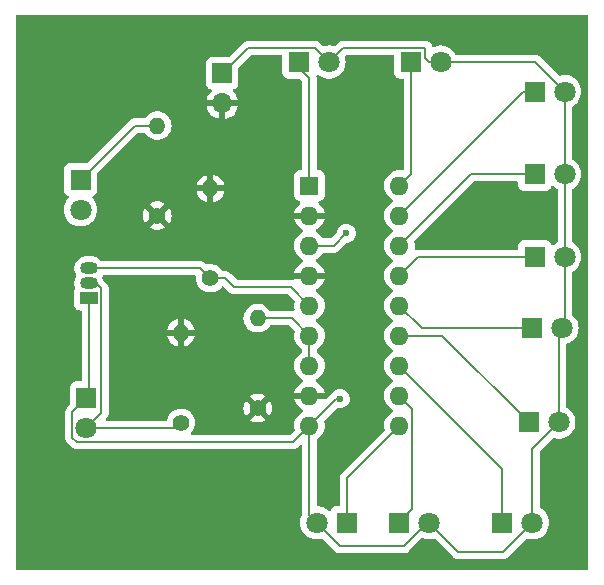
<source format=gtl>
G04 #@! TF.GenerationSoftware,KiCad,Pcbnew,8.0.1*
G04 #@! TF.CreationDate,2024-05-12T16:17:47-04:00*
G04 #@! TF.ProjectId,recyclobot,72656379-636c-46f6-926f-742e6b696361,rev?*
G04 #@! TF.SameCoordinates,Original*
G04 #@! TF.FileFunction,Copper,L1,Top*
G04 #@! TF.FilePolarity,Positive*
%FSLAX46Y46*%
G04 Gerber Fmt 4.6, Leading zero omitted, Abs format (unit mm)*
G04 Created by KiCad (PCBNEW 8.0.1) date 2024-05-12 16:17:47*
%MOMM*%
%LPD*%
G01*
G04 APERTURE LIST*
G04 #@! TA.AperFunction,ComponentPad*
%ADD10O,1.700000X1.700000*%
G04 #@! TD*
G04 #@! TA.AperFunction,ComponentPad*
%ADD11R,1.700000X1.700000*%
G04 #@! TD*
G04 #@! TA.AperFunction,ComponentPad*
%ADD12R,1.800000X1.800000*%
G04 #@! TD*
G04 #@! TA.AperFunction,ComponentPad*
%ADD13C,1.800000*%
G04 #@! TD*
G04 #@! TA.AperFunction,ComponentPad*
%ADD14R,1.500000X1.050000*%
G04 #@! TD*
G04 #@! TA.AperFunction,ComponentPad*
%ADD15O,1.500000X1.050000*%
G04 #@! TD*
G04 #@! TA.AperFunction,ComponentPad*
%ADD16C,1.400000*%
G04 #@! TD*
G04 #@! TA.AperFunction,ComponentPad*
%ADD17O,1.400000X1.400000*%
G04 #@! TD*
G04 #@! TA.AperFunction,ComponentPad*
%ADD18R,1.600000X1.600000*%
G04 #@! TD*
G04 #@! TA.AperFunction,ComponentPad*
%ADD19O,1.600000X1.600000*%
G04 #@! TD*
G04 #@! TA.AperFunction,ViaPad*
%ADD20C,0.600000*%
G04 #@! TD*
G04 #@! TA.AperFunction,Conductor*
%ADD21C,0.200000*%
G04 #@! TD*
G04 APERTURE END LIST*
D10*
X120500000Y-87000000D03*
D11*
X120500000Y-84460000D03*
D12*
X146960000Y-100000000D03*
D13*
X149500000Y-100000000D03*
D12*
X108500000Y-93460000D03*
D13*
X108500000Y-96000000D03*
D12*
X109000000Y-111950000D03*
D13*
X109000000Y-114490000D03*
D12*
X146725000Y-106000000D03*
D13*
X149265000Y-106000000D03*
D12*
X136460000Y-83500000D03*
D13*
X139000000Y-83500000D03*
D12*
X146960000Y-86000000D03*
D13*
X149500000Y-86000000D03*
D12*
X127000000Y-83500000D03*
D13*
X129540000Y-83500000D03*
D14*
X109220000Y-103500000D03*
D15*
X109220000Y-102230000D03*
X109220000Y-100960000D03*
D16*
X117005000Y-114045000D03*
D17*
X117005000Y-106425000D03*
D12*
X144225000Y-122500000D03*
D13*
X146765000Y-122500000D03*
D12*
X135460000Y-122500000D03*
D13*
X138000000Y-122500000D03*
D12*
X131050000Y-122500000D03*
D13*
X128510000Y-122500000D03*
D12*
X146460000Y-114000000D03*
D13*
X149000000Y-114000000D03*
D18*
X127880000Y-93960000D03*
D19*
X127880000Y-96500000D03*
X127880000Y-99040000D03*
X127880000Y-101580000D03*
X127880000Y-104120000D03*
X127880000Y-106660000D03*
X127880000Y-109200000D03*
X127880000Y-111740000D03*
X127880000Y-114280000D03*
X135500000Y-114280000D03*
X135500000Y-111740000D03*
X135500000Y-109200000D03*
X135500000Y-106660000D03*
X135500000Y-104120000D03*
X135500000Y-101580000D03*
X135500000Y-99040000D03*
X135500000Y-96500000D03*
X135500000Y-93960000D03*
D16*
X119500000Y-101810000D03*
D17*
X119500000Y-94190000D03*
D16*
X115000000Y-96500000D03*
D17*
X115000000Y-88880000D03*
D16*
X123500000Y-112810000D03*
D17*
X123500000Y-105190000D03*
D12*
X146960000Y-93000000D03*
D13*
X149500000Y-93000000D03*
D20*
X130500000Y-112000000D03*
X131000000Y-98000000D03*
X107500000Y-119500000D03*
X132000000Y-103000000D03*
X140500000Y-97000000D03*
X150000000Y-124500000D03*
X107000000Y-84000000D03*
X122500000Y-93500000D03*
X146500000Y-81000000D03*
D21*
X129540000Y-83500000D02*
X128340000Y-82300000D01*
X128340000Y-82300000D02*
X122700000Y-82300000D01*
X122700000Y-82300000D02*
X120500000Y-84500000D01*
X128000000Y-114400000D02*
X128000000Y-114500000D01*
X139000000Y-83500000D02*
X138000000Y-83500000D01*
X147000000Y-83500000D02*
X139000000Y-83500000D01*
X140500000Y-125000000D02*
X144265000Y-125000000D01*
X127880000Y-114280000D02*
X128000000Y-114400000D01*
X128980000Y-113180000D02*
X127880000Y-114280000D01*
X130160000Y-112000000D02*
X130500000Y-112000000D01*
X149500000Y-93000000D02*
X149500000Y-86000000D01*
X130510000Y-124500000D02*
X135860000Y-124500000D01*
X137660000Y-82300000D02*
X130740000Y-82300000D01*
X127880000Y-114280000D02*
X126470000Y-115690000D01*
X149500000Y-86000000D02*
X147000000Y-83500000D01*
X149265000Y-105735000D02*
X149500000Y-105500000D01*
X146765000Y-116235000D02*
X149000000Y-114000000D01*
X138000000Y-83500000D02*
X137660000Y-83160000D01*
X149500000Y-105500000D02*
X149500000Y-100000000D01*
X130740000Y-82300000D02*
X129540000Y-83500000D01*
X107800000Y-113150000D02*
X109000000Y-111950000D01*
X109220000Y-103500000D02*
X109220000Y-111614314D01*
X128980000Y-113180000D02*
X130160000Y-112000000D01*
X109220000Y-103500000D02*
X109220000Y-103880000D01*
X146765000Y-122500000D02*
X146765000Y-116235000D01*
X149000000Y-106265000D02*
X149265000Y-106000000D01*
X137860000Y-122500000D02*
X138000000Y-122500000D01*
X108190000Y-115690000D02*
X107800000Y-115300000D01*
X137660000Y-83160000D02*
X137660000Y-82300000D01*
X109540000Y-112500000D02*
X109000000Y-111960000D01*
X127880000Y-114280000D02*
X127880000Y-121870000D01*
X135860000Y-124500000D02*
X137860000Y-122500000D01*
X128510000Y-122500000D02*
X130510000Y-124500000D01*
X109220000Y-111614314D02*
X109277843Y-111672157D01*
X138000000Y-122500000D02*
X140500000Y-125000000D01*
X149265000Y-106000000D02*
X149265000Y-105735000D01*
X144265000Y-125000000D02*
X146765000Y-122500000D01*
X127880000Y-121870000D02*
X128510000Y-122500000D01*
X126470000Y-115690000D02*
X108190000Y-115690000D01*
X107800000Y-115300000D02*
X107800000Y-113150000D01*
X129960000Y-99040000D02*
X131000000Y-98000000D01*
X149500000Y-100000000D02*
X149500000Y-93000000D01*
X149000000Y-114000000D02*
X149000000Y-106265000D01*
X127880000Y-99040000D02*
X129960000Y-99040000D01*
X115000000Y-88880000D02*
X113080000Y-88880000D01*
X113080000Y-88880000D02*
X108500000Y-93460000D01*
X127000000Y-84000000D02*
X127880000Y-84880000D01*
X127880000Y-84880000D02*
X127880000Y-93960000D01*
X127000000Y-83500000D02*
X127000000Y-84000000D01*
X136460000Y-83500000D02*
X136460000Y-93000000D01*
X136460000Y-93000000D02*
X135500000Y-93960000D01*
X146960000Y-86000000D02*
X146000000Y-86000000D01*
X146000000Y-86000000D02*
X135500000Y-96500000D01*
X141540000Y-93000000D02*
X135500000Y-99040000D01*
X146960000Y-93000000D02*
X141540000Y-93000000D01*
X146960000Y-100000000D02*
X137080000Y-100000000D01*
X137080000Y-100000000D02*
X135500000Y-101580000D01*
X146725000Y-106000000D02*
X137380000Y-106000000D01*
X137380000Y-106000000D02*
X135500000Y-104120000D01*
X139120000Y-106660000D02*
X146460000Y-114000000D01*
X135500000Y-106660000D02*
X139120000Y-106660000D01*
X144225000Y-122500000D02*
X144225000Y-117925000D01*
X144225000Y-117925000D02*
X135500000Y-109200000D01*
X136600000Y-121360000D02*
X136600000Y-112840000D01*
X136600000Y-112840000D02*
X135500000Y-111740000D01*
X135460000Y-122500000D02*
X136600000Y-121360000D01*
X131050000Y-118730000D02*
X135500000Y-114280000D01*
X131050000Y-122500000D02*
X131050000Y-118730000D01*
X109825000Y-102230000D02*
X110270000Y-102675000D01*
X110270000Y-113220000D02*
X109000000Y-114490000D01*
X110270000Y-102675000D02*
X110270000Y-113220000D01*
X109220000Y-114280000D02*
X109000000Y-114500000D01*
X109000000Y-114490000D02*
X116560000Y-114490000D01*
X109220000Y-102230000D02*
X109825000Y-102230000D01*
X116560000Y-114490000D02*
X117005000Y-114045000D01*
X120765000Y-101810000D02*
X121500000Y-102545000D01*
X126305000Y-102545000D02*
X127880000Y-104120000D01*
X119500000Y-101810000D02*
X118650000Y-100960000D01*
X121500000Y-102545000D02*
X126305000Y-102545000D01*
X119500000Y-101810000D02*
X120765000Y-101810000D01*
X118500000Y-100960000D02*
X109220000Y-100960000D01*
X118650000Y-100960000D02*
X118500000Y-100960000D01*
X114500000Y-96500000D02*
X115000000Y-96500000D01*
X127880000Y-101580000D02*
X127880000Y-101120000D01*
X123500000Y-105190000D02*
X126410000Y-105190000D01*
X127880000Y-106660000D02*
X127880000Y-109200000D01*
X126410000Y-105190000D02*
X127880000Y-106660000D01*
G04 #@! TA.AperFunction,Conductor*
G36*
X135002539Y-82920185D02*
G01*
X135048294Y-82972989D01*
X135059500Y-83024500D01*
X135059500Y-84447870D01*
X135059501Y-84447876D01*
X135065908Y-84507483D01*
X135116202Y-84642328D01*
X135116206Y-84642335D01*
X135202452Y-84757544D01*
X135202455Y-84757547D01*
X135317664Y-84843793D01*
X135317671Y-84843797D01*
X135354851Y-84857664D01*
X135452517Y-84894091D01*
X135512127Y-84900500D01*
X135735500Y-84900499D01*
X135802539Y-84920183D01*
X135848294Y-84972987D01*
X135859500Y-85024499D01*
X135859500Y-92550662D01*
X135839815Y-92617701D01*
X135787011Y-92663456D01*
X135724693Y-92674190D01*
X135500002Y-92654532D01*
X135499998Y-92654532D01*
X135273313Y-92674364D01*
X135273302Y-92674366D01*
X135053511Y-92733258D01*
X135053502Y-92733261D01*
X134847267Y-92829431D01*
X134847265Y-92829432D01*
X134660858Y-92959954D01*
X134499954Y-93120858D01*
X134369432Y-93307265D01*
X134369431Y-93307267D01*
X134273261Y-93513502D01*
X134273258Y-93513511D01*
X134214366Y-93733302D01*
X134214364Y-93733313D01*
X134194532Y-93959998D01*
X134194532Y-93960001D01*
X134214364Y-94186686D01*
X134214366Y-94186697D01*
X134273258Y-94406488D01*
X134273261Y-94406497D01*
X134369431Y-94612732D01*
X134369432Y-94612734D01*
X134499954Y-94799141D01*
X134660858Y-94960045D01*
X134660861Y-94960047D01*
X134847266Y-95090568D01*
X134905275Y-95117618D01*
X134957714Y-95163791D01*
X134976866Y-95230984D01*
X134956650Y-95297865D01*
X134905275Y-95342382D01*
X134847267Y-95369431D01*
X134847265Y-95369432D01*
X134660858Y-95499954D01*
X134499954Y-95660858D01*
X134369432Y-95847265D01*
X134369431Y-95847267D01*
X134273261Y-96053502D01*
X134273258Y-96053511D01*
X134214366Y-96273302D01*
X134214364Y-96273313D01*
X134194532Y-96499998D01*
X134194532Y-96500001D01*
X134214364Y-96726686D01*
X134214366Y-96726697D01*
X134273258Y-96946488D01*
X134273261Y-96946497D01*
X134369431Y-97152732D01*
X134369432Y-97152734D01*
X134499954Y-97339141D01*
X134660858Y-97500045D01*
X134660861Y-97500047D01*
X134847266Y-97630568D01*
X134889959Y-97650476D01*
X134905275Y-97657618D01*
X134957714Y-97703791D01*
X134976866Y-97770984D01*
X134956650Y-97837865D01*
X134905275Y-97882382D01*
X134847267Y-97909431D01*
X134847265Y-97909432D01*
X134660858Y-98039954D01*
X134499954Y-98200858D01*
X134369432Y-98387265D01*
X134369431Y-98387267D01*
X134273261Y-98593502D01*
X134273258Y-98593511D01*
X134214366Y-98813302D01*
X134214364Y-98813313D01*
X134194532Y-99039998D01*
X134194532Y-99040001D01*
X134214364Y-99266686D01*
X134214366Y-99266697D01*
X134273258Y-99486488D01*
X134273261Y-99486497D01*
X134369431Y-99692732D01*
X134369432Y-99692734D01*
X134499954Y-99879141D01*
X134660858Y-100040045D01*
X134707693Y-100072839D01*
X134847266Y-100170568D01*
X134905275Y-100197618D01*
X134957714Y-100243791D01*
X134976866Y-100310984D01*
X134956650Y-100377865D01*
X134905275Y-100422382D01*
X134847267Y-100449431D01*
X134847265Y-100449432D01*
X134660858Y-100579954D01*
X134499954Y-100740858D01*
X134369432Y-100927265D01*
X134369431Y-100927267D01*
X134273261Y-101133502D01*
X134273258Y-101133511D01*
X134214366Y-101353302D01*
X134214364Y-101353313D01*
X134194532Y-101579998D01*
X134194532Y-101580001D01*
X134214364Y-101806686D01*
X134214366Y-101806697D01*
X134273258Y-102026488D01*
X134273261Y-102026497D01*
X134369431Y-102232732D01*
X134369432Y-102232734D01*
X134499954Y-102419141D01*
X134660858Y-102580045D01*
X134660861Y-102580047D01*
X134847266Y-102710568D01*
X134894668Y-102732672D01*
X134905275Y-102737618D01*
X134957714Y-102783791D01*
X134976866Y-102850984D01*
X134956650Y-102917865D01*
X134905275Y-102962382D01*
X134847267Y-102989431D01*
X134847265Y-102989432D01*
X134660858Y-103119954D01*
X134499954Y-103280858D01*
X134369432Y-103467265D01*
X134369431Y-103467267D01*
X134273261Y-103673502D01*
X134273258Y-103673511D01*
X134214366Y-103893302D01*
X134214364Y-103893313D01*
X134194532Y-104119998D01*
X134194532Y-104120001D01*
X134214364Y-104346686D01*
X134214366Y-104346697D01*
X134273258Y-104566488D01*
X134273261Y-104566497D01*
X134369431Y-104772732D01*
X134369432Y-104772734D01*
X134499954Y-104959141D01*
X134660858Y-105120045D01*
X134660861Y-105120047D01*
X134847266Y-105250568D01*
X134905275Y-105277618D01*
X134957714Y-105323791D01*
X134976866Y-105390984D01*
X134956650Y-105457865D01*
X134905275Y-105502382D01*
X134847267Y-105529431D01*
X134847265Y-105529432D01*
X134660858Y-105659954D01*
X134499954Y-105820858D01*
X134369432Y-106007265D01*
X134369431Y-106007267D01*
X134273261Y-106213502D01*
X134273258Y-106213511D01*
X134214366Y-106433302D01*
X134214364Y-106433313D01*
X134194532Y-106659998D01*
X134194532Y-106660001D01*
X134214364Y-106886686D01*
X134214366Y-106886697D01*
X134273258Y-107106488D01*
X134273261Y-107106497D01*
X134369431Y-107312732D01*
X134369432Y-107312734D01*
X134499954Y-107499141D01*
X134660858Y-107660045D01*
X134660861Y-107660047D01*
X134847266Y-107790568D01*
X134905275Y-107817618D01*
X134957714Y-107863791D01*
X134976866Y-107930984D01*
X134956650Y-107997865D01*
X134905275Y-108042382D01*
X134847267Y-108069431D01*
X134847265Y-108069432D01*
X134660858Y-108199954D01*
X134499954Y-108360858D01*
X134369432Y-108547265D01*
X134369431Y-108547267D01*
X134273261Y-108753502D01*
X134273258Y-108753511D01*
X134214366Y-108973302D01*
X134214364Y-108973313D01*
X134194532Y-109199998D01*
X134194532Y-109200001D01*
X134214364Y-109426686D01*
X134214366Y-109426697D01*
X134273258Y-109646488D01*
X134273261Y-109646497D01*
X134369431Y-109852732D01*
X134369432Y-109852734D01*
X134499954Y-110039141D01*
X134660858Y-110200045D01*
X134660861Y-110200047D01*
X134847266Y-110330568D01*
X134905275Y-110357618D01*
X134957714Y-110403791D01*
X134976866Y-110470984D01*
X134956650Y-110537865D01*
X134905275Y-110582382D01*
X134847267Y-110609431D01*
X134847265Y-110609432D01*
X134660858Y-110739954D01*
X134499954Y-110900858D01*
X134369432Y-111087265D01*
X134369431Y-111087267D01*
X134273261Y-111293502D01*
X134273258Y-111293511D01*
X134214366Y-111513302D01*
X134214364Y-111513313D01*
X134194532Y-111739998D01*
X134194532Y-111740001D01*
X134214364Y-111966686D01*
X134214366Y-111966697D01*
X134273258Y-112186488D01*
X134273261Y-112186497D01*
X134369431Y-112392732D01*
X134369432Y-112392734D01*
X134499954Y-112579141D01*
X134660858Y-112740045D01*
X134664300Y-112742455D01*
X134847266Y-112870568D01*
X134879035Y-112885382D01*
X134905275Y-112897618D01*
X134957714Y-112943791D01*
X134976866Y-113010984D01*
X134956650Y-113077865D01*
X134905275Y-113122382D01*
X134847267Y-113149431D01*
X134847265Y-113149432D01*
X134660858Y-113279954D01*
X134499954Y-113440858D01*
X134369432Y-113627265D01*
X134369431Y-113627267D01*
X134273261Y-113833502D01*
X134273258Y-113833511D01*
X134214366Y-114053302D01*
X134214364Y-114053313D01*
X134194532Y-114279998D01*
X134194532Y-114280001D01*
X134214364Y-114506686D01*
X134214366Y-114506697D01*
X134240152Y-114602931D01*
X134238489Y-114672781D01*
X134208058Y-114722705D01*
X130681286Y-118249478D01*
X130569481Y-118361282D01*
X130569479Y-118361285D01*
X130519361Y-118448094D01*
X130519359Y-118448096D01*
X130490425Y-118498209D01*
X130490424Y-118498210D01*
X130490423Y-118498215D01*
X130449499Y-118650943D01*
X130449499Y-118650945D01*
X130449499Y-118819046D01*
X130449500Y-118819059D01*
X130449500Y-120975500D01*
X130429815Y-121042539D01*
X130377011Y-121088294D01*
X130325501Y-121099500D01*
X130102130Y-121099500D01*
X130102123Y-121099501D01*
X130042516Y-121105908D01*
X129907671Y-121156202D01*
X129907664Y-121156206D01*
X129792455Y-121242452D01*
X129792452Y-121242455D01*
X129706206Y-121357664D01*
X129706203Y-121357670D01*
X129677544Y-121434508D01*
X129635672Y-121490441D01*
X129570208Y-121514858D01*
X129501935Y-121500006D01*
X129470135Y-121475158D01*
X129461784Y-121466087D01*
X129461778Y-121466082D01*
X129461777Y-121466081D01*
X129278634Y-121323535D01*
X129278628Y-121323531D01*
X129074504Y-121213064D01*
X129074495Y-121213061D01*
X128854984Y-121137702D01*
X128664450Y-121105908D01*
X128626049Y-121099500D01*
X128626048Y-121099500D01*
X128604500Y-121099500D01*
X128537461Y-121079815D01*
X128491706Y-121027011D01*
X128480500Y-120975500D01*
X128480500Y-115511692D01*
X128500185Y-115444653D01*
X128533374Y-115410119D01*
X128719139Y-115280047D01*
X128880047Y-115119139D01*
X129010568Y-114932734D01*
X129106739Y-114726496D01*
X129165635Y-114506692D01*
X129185468Y-114280000D01*
X129165635Y-114053308D01*
X129145082Y-113976604D01*
X129139847Y-113957066D01*
X129141510Y-113887217D01*
X129171937Y-113837296D01*
X129460519Y-113548716D01*
X130193886Y-112815347D01*
X130255207Y-112781864D01*
X130313589Y-112785443D01*
X130313960Y-112783819D01*
X130320740Y-112785366D01*
X130320745Y-112785368D01*
X130320750Y-112785368D01*
X130320752Y-112785369D01*
X130499996Y-112805565D01*
X130500000Y-112805565D01*
X130500004Y-112805565D01*
X130679249Y-112785369D01*
X130679252Y-112785368D01*
X130679255Y-112785368D01*
X130849522Y-112725789D01*
X131002262Y-112629816D01*
X131129816Y-112502262D01*
X131225789Y-112349522D01*
X131285368Y-112179255D01*
X131291889Y-112121383D01*
X131305565Y-112000003D01*
X131305565Y-111999996D01*
X131285369Y-111820750D01*
X131285368Y-111820745D01*
X131257113Y-111739998D01*
X131225789Y-111650478D01*
X131129816Y-111497738D01*
X131002262Y-111370184D01*
X130997607Y-111367259D01*
X130849523Y-111274211D01*
X130679254Y-111214631D01*
X130679249Y-111214630D01*
X130500004Y-111194435D01*
X130499996Y-111194435D01*
X130320750Y-111214630D01*
X130320745Y-111214631D01*
X130150476Y-111274211D01*
X129997736Y-111370184D01*
X129938060Y-111429860D01*
X129912386Y-111449561D01*
X129901623Y-111455775D01*
X129893067Y-111460715D01*
X129893064Y-111460717D01*
X129791290Y-111519475D01*
X129791282Y-111519481D01*
X129679478Y-111631286D01*
X129329142Y-111981621D01*
X129267819Y-112015106D01*
X129198127Y-112010122D01*
X129170912Y-111990000D01*
X128195686Y-111990000D01*
X128200080Y-111985606D01*
X128252741Y-111894394D01*
X128280000Y-111792661D01*
X128280000Y-111687339D01*
X128252741Y-111585606D01*
X128200080Y-111494394D01*
X128195686Y-111490000D01*
X129158872Y-111490000D01*
X129158872Y-111489999D01*
X129106269Y-111293682D01*
X129106265Y-111293673D01*
X129010134Y-111087517D01*
X128879657Y-110901179D01*
X128718820Y-110740342D01*
X128532482Y-110609865D01*
X128474133Y-110582657D01*
X128421694Y-110536484D01*
X128402542Y-110469291D01*
X128422758Y-110402410D01*
X128474129Y-110357895D01*
X128532734Y-110330568D01*
X128719139Y-110200047D01*
X128880047Y-110039139D01*
X129010568Y-109852734D01*
X129106739Y-109646496D01*
X129165635Y-109426692D01*
X129185468Y-109200000D01*
X129165635Y-108973308D01*
X129106739Y-108753504D01*
X129010568Y-108547266D01*
X128880047Y-108360861D01*
X128880045Y-108360858D01*
X128719140Y-108199953D01*
X128533377Y-108069881D01*
X128489752Y-108015304D01*
X128480500Y-107968306D01*
X128480500Y-107891692D01*
X128500185Y-107824653D01*
X128533374Y-107790119D01*
X128719139Y-107660047D01*
X128880047Y-107499139D01*
X129010568Y-107312734D01*
X129106739Y-107106496D01*
X129165635Y-106886692D01*
X129185468Y-106660000D01*
X129165635Y-106433308D01*
X129106739Y-106213504D01*
X129010568Y-106007266D01*
X128880047Y-105820861D01*
X128880045Y-105820858D01*
X128719141Y-105659954D01*
X128532734Y-105529432D01*
X128532728Y-105529429D01*
X128474725Y-105502382D01*
X128422285Y-105456210D01*
X128403133Y-105389017D01*
X128423348Y-105322135D01*
X128474725Y-105277618D01*
X128532734Y-105250568D01*
X128719139Y-105120047D01*
X128880047Y-104959139D01*
X129010568Y-104772734D01*
X129106739Y-104566496D01*
X129165635Y-104346692D01*
X129185468Y-104120000D01*
X129165635Y-103893308D01*
X129106739Y-103673504D01*
X129010568Y-103467266D01*
X128880047Y-103280861D01*
X128880045Y-103280858D01*
X128719141Y-103119954D01*
X128532734Y-102989432D01*
X128532732Y-102989431D01*
X128490243Y-102969618D01*
X128474132Y-102962105D01*
X128421694Y-102915934D01*
X128402542Y-102848740D01*
X128422758Y-102781859D01*
X128474134Y-102737341D01*
X128532484Y-102710132D01*
X128718820Y-102579657D01*
X128879657Y-102418820D01*
X129010134Y-102232482D01*
X129106265Y-102026326D01*
X129106269Y-102026317D01*
X129158872Y-101830000D01*
X128195686Y-101830000D01*
X128200080Y-101825606D01*
X128252741Y-101734394D01*
X128280000Y-101632661D01*
X128280000Y-101527339D01*
X128252741Y-101425606D01*
X128200080Y-101334394D01*
X128195686Y-101330000D01*
X129158872Y-101330000D01*
X129158872Y-101329999D01*
X129106269Y-101133682D01*
X129106265Y-101133673D01*
X129010134Y-100927517D01*
X128879657Y-100741179D01*
X128718820Y-100580342D01*
X128532482Y-100449865D01*
X128474133Y-100422657D01*
X128421694Y-100376484D01*
X128402542Y-100309291D01*
X128422758Y-100242410D01*
X128474129Y-100197895D01*
X128532734Y-100170568D01*
X128719139Y-100040047D01*
X128880047Y-99879139D01*
X129010118Y-99693375D01*
X129064693Y-99649752D01*
X129111692Y-99640500D01*
X129873331Y-99640500D01*
X129873347Y-99640501D01*
X129880943Y-99640501D01*
X130039054Y-99640501D01*
X130039057Y-99640501D01*
X130191785Y-99599577D01*
X130241904Y-99570639D01*
X130328716Y-99520520D01*
X130440520Y-99408716D01*
X130440520Y-99408714D01*
X130450728Y-99398507D01*
X130450730Y-99398504D01*
X131018535Y-98830698D01*
X131079856Y-98797215D01*
X131092311Y-98795163D01*
X131179255Y-98785368D01*
X131349522Y-98725789D01*
X131502262Y-98629816D01*
X131629816Y-98502262D01*
X131725789Y-98349522D01*
X131785368Y-98179255D01*
X131785369Y-98179249D01*
X131805565Y-98000003D01*
X131805565Y-97999996D01*
X131785369Y-97820750D01*
X131785368Y-97820745D01*
X131767859Y-97770707D01*
X131725789Y-97650478D01*
X131629816Y-97497738D01*
X131502262Y-97370184D01*
X131489710Y-97362297D01*
X131349523Y-97274211D01*
X131179254Y-97214631D01*
X131179249Y-97214630D01*
X131000004Y-97194435D01*
X130999996Y-97194435D01*
X130820750Y-97214630D01*
X130820745Y-97214631D01*
X130650476Y-97274211D01*
X130497737Y-97370184D01*
X130370184Y-97497737D01*
X130274210Y-97650478D01*
X130214630Y-97820750D01*
X130204837Y-97907668D01*
X130177770Y-97972082D01*
X130169298Y-97981465D01*
X129747584Y-98403181D01*
X129686261Y-98436666D01*
X129659903Y-98439500D01*
X129111692Y-98439500D01*
X129044653Y-98419815D01*
X129010119Y-98386625D01*
X128880047Y-98200861D01*
X128880045Y-98200858D01*
X128719141Y-98039954D01*
X128532734Y-97909432D01*
X128532732Y-97909431D01*
X128474725Y-97882382D01*
X128474132Y-97882105D01*
X128421694Y-97835934D01*
X128402542Y-97768740D01*
X128422758Y-97701859D01*
X128474134Y-97657341D01*
X128532484Y-97630132D01*
X128718820Y-97499657D01*
X128879657Y-97338820D01*
X129010134Y-97152482D01*
X129106265Y-96946326D01*
X129106269Y-96946317D01*
X129158872Y-96750000D01*
X128195686Y-96750000D01*
X128200080Y-96745606D01*
X128252741Y-96654394D01*
X128280000Y-96552661D01*
X128280000Y-96447339D01*
X128252741Y-96345606D01*
X128200080Y-96254394D01*
X128195686Y-96250000D01*
X129158872Y-96250000D01*
X129158872Y-96249999D01*
X129106269Y-96053682D01*
X129106265Y-96053673D01*
X129010134Y-95847517D01*
X128879657Y-95661179D01*
X128718820Y-95500342D01*
X128693779Y-95482808D01*
X128650154Y-95428230D01*
X128642962Y-95358732D01*
X128674484Y-95296377D01*
X128734714Y-95260964D01*
X128751650Y-95257943D01*
X128787483Y-95254091D01*
X128922328Y-95203797D01*
X128922327Y-95203797D01*
X128922331Y-95203796D01*
X129037546Y-95117546D01*
X129123796Y-95002331D01*
X129174091Y-94867483D01*
X129180500Y-94807873D01*
X129180499Y-93112128D01*
X129174091Y-93052517D01*
X129154503Y-93000000D01*
X129123797Y-92917671D01*
X129123793Y-92917664D01*
X129037547Y-92802455D01*
X129037544Y-92802452D01*
X128922335Y-92716206D01*
X128922328Y-92716202D01*
X128787482Y-92665908D01*
X128787483Y-92665908D01*
X128727883Y-92659501D01*
X128727881Y-92659500D01*
X128727873Y-92659500D01*
X128727865Y-92659500D01*
X128604500Y-92659500D01*
X128537461Y-92639815D01*
X128491706Y-92587011D01*
X128480500Y-92535500D01*
X128480500Y-84969059D01*
X128480501Y-84969046D01*
X128480501Y-84800945D01*
X128480501Y-84800943D01*
X128457337Y-84714495D01*
X128459000Y-84644647D01*
X128498162Y-84586784D01*
X128562391Y-84559280D01*
X128631293Y-84570866D01*
X128653274Y-84584550D01*
X128771365Y-84676464D01*
X128771371Y-84676468D01*
X128771374Y-84676470D01*
X128975497Y-84786936D01*
X129082092Y-84823530D01*
X129195015Y-84862297D01*
X129195017Y-84862297D01*
X129195019Y-84862298D01*
X129423951Y-84900500D01*
X129423952Y-84900500D01*
X129656048Y-84900500D01*
X129656049Y-84900500D01*
X129884981Y-84862298D01*
X130104503Y-84786936D01*
X130308626Y-84676470D01*
X130334667Y-84656202D01*
X130426725Y-84584550D01*
X130491784Y-84533913D01*
X130648979Y-84363153D01*
X130775924Y-84168849D01*
X130869157Y-83956300D01*
X130926134Y-83731305D01*
X130926135Y-83731297D01*
X130945300Y-83500006D01*
X130945300Y-83499993D01*
X130926135Y-83268702D01*
X130926131Y-83268682D01*
X130881680Y-83093152D01*
X130884304Y-83023332D01*
X130914203Y-82975030D01*
X130952419Y-82936816D01*
X131013743Y-82903333D01*
X131040098Y-82900500D01*
X134935500Y-82900500D01*
X135002539Y-82920185D01*
G37*
G04 #@! TD.AperFunction*
G04 #@! TA.AperFunction,Conductor*
G36*
X118248494Y-101580185D02*
G01*
X118294249Y-101632989D01*
X118304926Y-101695941D01*
X118294357Y-101809999D01*
X118294357Y-101810000D01*
X118314884Y-102031535D01*
X118314885Y-102031537D01*
X118375769Y-102245523D01*
X118375775Y-102245538D01*
X118474938Y-102444683D01*
X118474943Y-102444691D01*
X118609020Y-102622238D01*
X118773437Y-102772123D01*
X118773439Y-102772125D01*
X118962595Y-102889245D01*
X118962596Y-102889245D01*
X118962599Y-102889247D01*
X119170060Y-102969618D01*
X119388757Y-103010500D01*
X119388759Y-103010500D01*
X119611241Y-103010500D01*
X119611243Y-103010500D01*
X119829940Y-102969618D01*
X120037401Y-102889247D01*
X120226562Y-102772124D01*
X120390981Y-102622236D01*
X120450111Y-102543934D01*
X120506220Y-102502299D01*
X120575932Y-102497608D01*
X120636746Y-102530981D01*
X121015139Y-102909374D01*
X121015149Y-102909385D01*
X121019479Y-102913715D01*
X121019480Y-102913716D01*
X121131284Y-103025520D01*
X121131286Y-103025521D01*
X121131290Y-103025524D01*
X121211538Y-103071855D01*
X121211539Y-103071855D01*
X121268215Y-103104577D01*
X121420943Y-103145501D01*
X121420946Y-103145501D01*
X121586653Y-103145501D01*
X121586669Y-103145500D01*
X126004903Y-103145500D01*
X126071942Y-103165185D01*
X126092584Y-103181819D01*
X126588058Y-103677293D01*
X126621543Y-103738616D01*
X126620152Y-103797067D01*
X126594366Y-103893302D01*
X126594364Y-103893313D01*
X126574532Y-104119998D01*
X126574532Y-104120001D01*
X126594364Y-104346686D01*
X126594366Y-104346697D01*
X126617623Y-104433493D01*
X126615960Y-104503343D01*
X126576797Y-104561205D01*
X126512569Y-104588709D01*
X126497185Y-104588620D01*
X126497185Y-104589499D01*
X126323347Y-104589499D01*
X126323331Y-104589500D01*
X124612621Y-104589500D01*
X124545582Y-104569815D01*
X124513667Y-104540227D01*
X124390979Y-104377761D01*
X124226562Y-104227876D01*
X124226560Y-104227874D01*
X124037404Y-104110754D01*
X124037398Y-104110752D01*
X123829940Y-104030382D01*
X123611243Y-103989500D01*
X123388757Y-103989500D01*
X123170060Y-104030382D01*
X123060386Y-104072870D01*
X122962601Y-104110752D01*
X122962595Y-104110754D01*
X122773439Y-104227874D01*
X122773437Y-104227876D01*
X122609020Y-104377761D01*
X122474943Y-104555308D01*
X122474938Y-104555316D01*
X122375775Y-104754461D01*
X122375769Y-104754476D01*
X122314885Y-104968462D01*
X122314884Y-104968464D01*
X122294357Y-105189999D01*
X122294357Y-105190000D01*
X122314884Y-105411535D01*
X122314885Y-105411537D01*
X122375769Y-105625523D01*
X122375775Y-105625538D01*
X122474938Y-105824683D01*
X122474942Y-105824689D01*
X122609020Y-106002238D01*
X122773437Y-106152123D01*
X122773439Y-106152125D01*
X122962595Y-106269245D01*
X122962596Y-106269245D01*
X122962599Y-106269247D01*
X123170060Y-106349618D01*
X123388757Y-106390500D01*
X123388759Y-106390500D01*
X123611241Y-106390500D01*
X123611243Y-106390500D01*
X123829940Y-106349618D01*
X124037401Y-106269247D01*
X124226562Y-106152124D01*
X124385462Y-106007267D01*
X124390979Y-106002238D01*
X124392670Y-106000000D01*
X124513667Y-105839772D01*
X124569776Y-105798137D01*
X124612621Y-105790500D01*
X126109903Y-105790500D01*
X126176942Y-105810185D01*
X126197584Y-105826819D01*
X126588058Y-106217293D01*
X126621543Y-106278616D01*
X126620152Y-106337067D01*
X126594366Y-106433302D01*
X126594364Y-106433313D01*
X126574532Y-106659998D01*
X126574532Y-106660001D01*
X126594364Y-106886686D01*
X126594366Y-106886697D01*
X126653258Y-107106488D01*
X126653261Y-107106497D01*
X126749431Y-107312732D01*
X126749432Y-107312734D01*
X126879954Y-107499141D01*
X127040858Y-107660045D01*
X127040861Y-107660047D01*
X127226624Y-107790118D01*
X127270248Y-107844693D01*
X127279500Y-107891692D01*
X127279500Y-107968306D01*
X127259815Y-108035345D01*
X127226623Y-108069881D01*
X127040859Y-108199953D01*
X126879954Y-108360858D01*
X126749432Y-108547265D01*
X126749431Y-108547267D01*
X126653261Y-108753502D01*
X126653258Y-108753511D01*
X126594366Y-108973302D01*
X126594364Y-108973313D01*
X126574532Y-109199998D01*
X126574532Y-109200001D01*
X126594364Y-109426686D01*
X126594366Y-109426697D01*
X126653258Y-109646488D01*
X126653261Y-109646497D01*
X126749431Y-109852732D01*
X126749432Y-109852734D01*
X126879954Y-110039141D01*
X127040858Y-110200045D01*
X127040861Y-110200047D01*
X127227266Y-110330568D01*
X127285865Y-110357893D01*
X127338305Y-110404065D01*
X127357457Y-110471258D01*
X127337242Y-110538139D01*
X127285867Y-110582657D01*
X127227515Y-110609867D01*
X127041179Y-110740342D01*
X126880342Y-110901179D01*
X126749865Y-111087517D01*
X126653734Y-111293673D01*
X126653730Y-111293682D01*
X126601127Y-111489999D01*
X126601128Y-111490000D01*
X127564314Y-111490000D01*
X127559920Y-111494394D01*
X127507259Y-111585606D01*
X127480000Y-111687339D01*
X127480000Y-111792661D01*
X127507259Y-111894394D01*
X127559920Y-111985606D01*
X127564314Y-111990000D01*
X126601128Y-111990000D01*
X126653730Y-112186317D01*
X126653734Y-112186326D01*
X126749865Y-112392482D01*
X126880342Y-112578820D01*
X127041179Y-112739657D01*
X127227518Y-112870134D01*
X127227520Y-112870135D01*
X127285865Y-112897342D01*
X127338305Y-112943514D01*
X127357457Y-113010707D01*
X127337242Y-113077589D01*
X127285867Y-113122105D01*
X127254244Y-113136852D01*
X127227264Y-113149433D01*
X127040858Y-113279954D01*
X126879954Y-113440858D01*
X126749432Y-113627265D01*
X126749431Y-113627267D01*
X126653261Y-113833502D01*
X126653258Y-113833511D01*
X126594366Y-114053302D01*
X126594364Y-114053313D01*
X126574532Y-114279998D01*
X126574532Y-114280001D01*
X126594364Y-114506686D01*
X126594366Y-114506697D01*
X126620152Y-114602931D01*
X126618489Y-114672781D01*
X126588058Y-114722705D01*
X126257582Y-115053182D01*
X126196261Y-115086666D01*
X126169903Y-115089500D01*
X117961281Y-115089500D01*
X117894242Y-115069815D01*
X117848487Y-115017011D01*
X117838543Y-114947853D01*
X117867568Y-114884297D01*
X117877742Y-114873864D01*
X117889497Y-114863147D01*
X117895981Y-114857236D01*
X118030058Y-114679689D01*
X118129229Y-114480528D01*
X118190115Y-114266536D01*
X118210643Y-114045000D01*
X118196022Y-113887217D01*
X118190115Y-113823464D01*
X118190114Y-113823462D01*
X118188241Y-113816880D01*
X122846672Y-113816880D01*
X122962821Y-113888797D01*
X122962822Y-113888798D01*
X123170195Y-113969134D01*
X123388807Y-114010000D01*
X123611193Y-114010000D01*
X123829809Y-113969133D01*
X124037168Y-113888801D01*
X124037181Y-113888795D01*
X124153326Y-113816879D01*
X123500001Y-113163553D01*
X123500000Y-113163553D01*
X122846672Y-113816879D01*
X122846672Y-113816880D01*
X118188241Y-113816880D01*
X118129229Y-113609472D01*
X118129224Y-113609461D01*
X118030061Y-113410316D01*
X118030056Y-113410308D01*
X117895979Y-113232761D01*
X117731562Y-113082876D01*
X117731560Y-113082874D01*
X117542404Y-112965754D01*
X117542398Y-112965752D01*
X117334940Y-112885382D01*
X117116243Y-112844500D01*
X116893757Y-112844500D01*
X116675060Y-112885382D01*
X116562317Y-112929059D01*
X116467601Y-112965752D01*
X116467595Y-112965754D01*
X116278439Y-113082874D01*
X116278437Y-113082876D01*
X116114020Y-113232761D01*
X115979943Y-113410308D01*
X115979938Y-113410316D01*
X115880775Y-113609461D01*
X115880769Y-113609476D01*
X115826722Y-113799434D01*
X115789443Y-113858528D01*
X115726133Y-113888085D01*
X115707456Y-113889500D01*
X110749098Y-113889500D01*
X110682059Y-113869815D01*
X110636304Y-113817011D01*
X110626360Y-113747853D01*
X110655385Y-113684297D01*
X110661417Y-113677819D01*
X110750520Y-113588716D01*
X110810156Y-113485423D01*
X110821770Y-113465308D01*
X110829574Y-113451790D01*
X110829573Y-113451790D01*
X110829577Y-113451785D01*
X110870500Y-113299058D01*
X110870500Y-113140943D01*
X110870500Y-112810000D01*
X122294859Y-112810000D01*
X122315378Y-113031439D01*
X122376240Y-113245350D01*
X122475369Y-113444428D01*
X122491137Y-113465308D01*
X122491138Y-113465308D01*
X123100369Y-112856078D01*
X123150000Y-112856078D01*
X123173852Y-112945095D01*
X123219930Y-113024905D01*
X123285095Y-113090070D01*
X123364905Y-113136148D01*
X123453922Y-113160000D01*
X123546078Y-113160000D01*
X123635095Y-113136148D01*
X123714905Y-113090070D01*
X123780070Y-113024905D01*
X123826148Y-112945095D01*
X123850000Y-112856078D01*
X123850000Y-112810000D01*
X123853553Y-112810000D01*
X124508861Y-113465308D01*
X124524631Y-113444425D01*
X124524633Y-113444422D01*
X124623759Y-113245350D01*
X124684621Y-113031439D01*
X124705141Y-112810000D01*
X124705141Y-112809999D01*
X124684621Y-112588560D01*
X124623759Y-112374649D01*
X124524635Y-112175580D01*
X124524630Y-112175572D01*
X124508860Y-112154690D01*
X123853553Y-112809999D01*
X123853553Y-112810000D01*
X123850000Y-112810000D01*
X123850000Y-112763922D01*
X123826148Y-112674905D01*
X123780070Y-112595095D01*
X123714905Y-112529930D01*
X123635095Y-112483852D01*
X123546078Y-112460000D01*
X123453922Y-112460000D01*
X123364905Y-112483852D01*
X123285095Y-112529930D01*
X123219930Y-112595095D01*
X123173852Y-112674905D01*
X123150000Y-112763922D01*
X123150000Y-112856078D01*
X123100369Y-112856078D01*
X123146447Y-112810000D01*
X122491138Y-112154691D01*
X122491137Y-112154691D01*
X122475368Y-112175574D01*
X122376240Y-112374649D01*
X122315378Y-112588560D01*
X122294859Y-112809999D01*
X122294859Y-112810000D01*
X110870500Y-112810000D01*
X110870500Y-111803119D01*
X122846671Y-111803119D01*
X123500000Y-112456447D01*
X123500001Y-112456447D01*
X124153327Y-111803119D01*
X124037178Y-111731202D01*
X124037177Y-111731201D01*
X123829804Y-111650865D01*
X123611193Y-111610000D01*
X123388807Y-111610000D01*
X123170195Y-111650865D01*
X122962824Y-111731200D01*
X122962823Y-111731201D01*
X122846671Y-111803119D01*
X110870500Y-111803119D01*
X110870500Y-106675000D01*
X115828505Y-106675000D01*
X115881239Y-106860349D01*
X115980368Y-107059425D01*
X116114391Y-107236900D01*
X116278738Y-107386721D01*
X116467820Y-107503797D01*
X116467822Y-107503798D01*
X116675195Y-107584135D01*
X116755000Y-107599052D01*
X116755000Y-106675000D01*
X115828505Y-106675000D01*
X110870500Y-106675000D01*
X110870500Y-106471078D01*
X116655000Y-106471078D01*
X116678852Y-106560095D01*
X116724930Y-106639905D01*
X116790095Y-106705070D01*
X116869905Y-106751148D01*
X116958922Y-106775000D01*
X117051078Y-106775000D01*
X117140095Y-106751148D01*
X117219905Y-106705070D01*
X117249975Y-106675000D01*
X117255000Y-106675000D01*
X117255000Y-107599052D01*
X117334804Y-107584135D01*
X117542177Y-107503798D01*
X117542179Y-107503797D01*
X117731261Y-107386721D01*
X117895608Y-107236900D01*
X118029631Y-107059425D01*
X118128760Y-106860349D01*
X118181495Y-106675000D01*
X117255000Y-106675000D01*
X117249975Y-106675000D01*
X117285070Y-106639905D01*
X117331148Y-106560095D01*
X117355000Y-106471078D01*
X117355000Y-106378922D01*
X117331148Y-106289905D01*
X117285070Y-106210095D01*
X117219905Y-106144930D01*
X117140095Y-106098852D01*
X117051078Y-106075000D01*
X116958922Y-106075000D01*
X116869905Y-106098852D01*
X116790095Y-106144930D01*
X116724930Y-106210095D01*
X116678852Y-106289905D01*
X116655000Y-106378922D01*
X116655000Y-106471078D01*
X110870500Y-106471078D01*
X110870500Y-106175000D01*
X115828505Y-106175000D01*
X116755000Y-106175000D01*
X116755000Y-105250946D01*
X117255000Y-105250946D01*
X117255000Y-106175000D01*
X118181495Y-106175000D01*
X118128760Y-105989650D01*
X118029631Y-105790574D01*
X117895608Y-105613099D01*
X117731261Y-105463278D01*
X117542179Y-105346202D01*
X117542177Y-105346201D01*
X117334799Y-105265864D01*
X117255000Y-105250946D01*
X116755000Y-105250946D01*
X116675200Y-105265864D01*
X116467822Y-105346201D01*
X116467820Y-105346202D01*
X116278738Y-105463278D01*
X116114391Y-105613099D01*
X115980368Y-105790574D01*
X115881239Y-105989650D01*
X115828505Y-106175000D01*
X110870500Y-106175000D01*
X110870500Y-102764059D01*
X110870501Y-102764046D01*
X110870501Y-102595945D01*
X110870501Y-102595943D01*
X110829577Y-102443215D01*
X110764791Y-102331003D01*
X110750520Y-102306284D01*
X110750518Y-102306282D01*
X110750517Y-102306280D01*
X110634397Y-102190160D01*
X110634374Y-102190139D01*
X110471589Y-102027354D01*
X110438104Y-101966031D01*
X110437666Y-101963929D01*
X110431091Y-101930873D01*
X110353786Y-101744244D01*
X110353785Y-101744242D01*
X110353100Y-101742960D01*
X110352943Y-101742210D01*
X110351455Y-101738616D01*
X110352136Y-101738333D01*
X110338853Y-101674558D01*
X110363849Y-101609313D01*
X110420152Y-101567939D01*
X110462454Y-101560500D01*
X118181455Y-101560500D01*
X118248494Y-101580185D01*
G37*
G04 #@! TD.AperFunction*
G04 #@! TA.AperFunction,Conductor*
G36*
X145502540Y-93620185D02*
G01*
X145548295Y-93672989D01*
X145559501Y-93724500D01*
X145559501Y-93947876D01*
X145565908Y-94007483D01*
X145616202Y-94142328D01*
X145616206Y-94142335D01*
X145702452Y-94257544D01*
X145702455Y-94257547D01*
X145817664Y-94343793D01*
X145817671Y-94343797D01*
X145952517Y-94394091D01*
X145952516Y-94394091D01*
X145959444Y-94394835D01*
X146012127Y-94400500D01*
X147907872Y-94400499D01*
X147967483Y-94394091D01*
X148102331Y-94343796D01*
X148217546Y-94257546D01*
X148303796Y-94142331D01*
X148303798Y-94142326D01*
X148332455Y-94065493D01*
X148374326Y-94009559D01*
X148439790Y-93985141D01*
X148508063Y-93999992D01*
X148539866Y-94024843D01*
X148547302Y-94032920D01*
X148548215Y-94033912D01*
X148548222Y-94033918D01*
X148731365Y-94176464D01*
X148731376Y-94176471D01*
X148834517Y-94232288D01*
X148884108Y-94281507D01*
X148899500Y-94341343D01*
X148899500Y-98658655D01*
X148879815Y-98725694D01*
X148834519Y-98767709D01*
X148731376Y-98823528D01*
X148731365Y-98823535D01*
X148548222Y-98966081D01*
X148548218Y-98966085D01*
X148539866Y-98975158D01*
X148479979Y-99011148D01*
X148410141Y-99009047D01*
X148352525Y-98969522D01*
X148332455Y-98934507D01*
X148303797Y-98857671D01*
X148303793Y-98857664D01*
X148217547Y-98742455D01*
X148217544Y-98742452D01*
X148102335Y-98656206D01*
X148102328Y-98656202D01*
X147967482Y-98605908D01*
X147967483Y-98605908D01*
X147907883Y-98599501D01*
X147907881Y-98599500D01*
X147907873Y-98599500D01*
X147907864Y-98599500D01*
X146012129Y-98599500D01*
X146012123Y-98599501D01*
X145952516Y-98605908D01*
X145817671Y-98656202D01*
X145817664Y-98656206D01*
X145702455Y-98742452D01*
X145702452Y-98742455D01*
X145616206Y-98857664D01*
X145616202Y-98857671D01*
X145565908Y-98992517D01*
X145559501Y-99052116D01*
X145559500Y-99052135D01*
X145559500Y-99275500D01*
X145539815Y-99342539D01*
X145487011Y-99388294D01*
X145435500Y-99399500D01*
X137000939Y-99399500D01*
X136966547Y-99408715D01*
X136966548Y-99408716D01*
X136938099Y-99416339D01*
X136868249Y-99414676D01*
X136810386Y-99375514D01*
X136782882Y-99311286D01*
X136785677Y-99272199D01*
X136784694Y-99272026D01*
X136785631Y-99266703D01*
X136785635Y-99266692D01*
X136805468Y-99040000D01*
X136785635Y-98813308D01*
X136759847Y-98717066D01*
X136761510Y-98647217D01*
X136791939Y-98597294D01*
X141752416Y-93636819D01*
X141813739Y-93603334D01*
X141840097Y-93600500D01*
X145435501Y-93600500D01*
X145502540Y-93620185D01*
G37*
G04 #@! TD.AperFunction*
G04 #@! TA.AperFunction,Conductor*
G36*
X151442539Y-79520185D02*
G01*
X151488294Y-79572989D01*
X151499500Y-79624500D01*
X151499500Y-126375500D01*
X151479815Y-126442539D01*
X151427011Y-126488294D01*
X151375500Y-126499500D01*
X103124500Y-126499500D01*
X103057461Y-126479815D01*
X103011706Y-126427011D01*
X103000500Y-126375500D01*
X103000500Y-115379054D01*
X107199498Y-115379054D01*
X107207942Y-115410568D01*
X107240423Y-115531785D01*
X107242870Y-115536024D01*
X107259965Y-115565631D01*
X107259966Y-115565635D01*
X107319475Y-115668709D01*
X107319481Y-115668717D01*
X107438349Y-115787585D01*
X107438355Y-115787590D01*
X107705139Y-116054374D01*
X107705149Y-116054385D01*
X107709479Y-116058715D01*
X107709480Y-116058716D01*
X107821284Y-116170520D01*
X107908095Y-116220639D01*
X107908097Y-116220641D01*
X107958213Y-116249576D01*
X107958215Y-116249577D01*
X108110942Y-116290500D01*
X108110943Y-116290500D01*
X126383331Y-116290500D01*
X126383347Y-116290501D01*
X126390943Y-116290501D01*
X126549054Y-116290501D01*
X126549057Y-116290501D01*
X126701785Y-116249577D01*
X126751904Y-116220639D01*
X126838716Y-116170520D01*
X126950520Y-116058716D01*
X126950521Y-116058713D01*
X127067821Y-115941412D01*
X127129142Y-115907930D01*
X127198834Y-115912914D01*
X127254767Y-115954786D01*
X127279184Y-116020251D01*
X127279500Y-116029096D01*
X127279500Y-121783330D01*
X127279499Y-121783348D01*
X127279499Y-121792787D01*
X127278789Y-121796172D01*
X127278742Y-121797024D01*
X127278741Y-121797033D01*
X127278611Y-121797018D01*
X127269055Y-121842597D01*
X127180842Y-122043699D01*
X127123866Y-122268691D01*
X127123864Y-122268702D01*
X127104700Y-122499993D01*
X127104700Y-122500006D01*
X127123864Y-122731297D01*
X127123866Y-122731308D01*
X127180842Y-122956300D01*
X127274075Y-123168848D01*
X127401016Y-123363147D01*
X127401019Y-123363151D01*
X127401021Y-123363153D01*
X127558216Y-123533913D01*
X127558219Y-123533915D01*
X127558222Y-123533918D01*
X127741365Y-123676464D01*
X127741371Y-123676468D01*
X127741374Y-123676470D01*
X127945497Y-123786936D01*
X128059487Y-123826068D01*
X128165015Y-123862297D01*
X128165017Y-123862297D01*
X128165019Y-123862298D01*
X128393951Y-123900500D01*
X128393952Y-123900500D01*
X128626048Y-123900500D01*
X128626049Y-123900500D01*
X128854981Y-123862298D01*
X128906897Y-123844474D01*
X128976693Y-123841324D01*
X129034840Y-123874075D01*
X130025139Y-124864374D01*
X130025149Y-124864385D01*
X130029479Y-124868715D01*
X130029480Y-124868716D01*
X130141284Y-124980520D01*
X130228095Y-125030639D01*
X130228097Y-125030641D01*
X130266151Y-125052611D01*
X130278215Y-125059577D01*
X130430943Y-125100500D01*
X130589057Y-125100500D01*
X135773331Y-125100500D01*
X135773347Y-125100501D01*
X135780943Y-125100501D01*
X135939054Y-125100501D01*
X135939057Y-125100501D01*
X136091785Y-125059577D01*
X136141904Y-125030639D01*
X136228716Y-124980520D01*
X136340520Y-124868716D01*
X136340520Y-124868714D01*
X136350728Y-124858507D01*
X136350730Y-124858504D01*
X137370939Y-123838294D01*
X137432260Y-123804811D01*
X137498881Y-123808696D01*
X137655015Y-123862297D01*
X137655017Y-123862297D01*
X137655019Y-123862298D01*
X137883951Y-123900500D01*
X137883952Y-123900500D01*
X138116048Y-123900500D01*
X138116049Y-123900500D01*
X138344981Y-123862298D01*
X138396897Y-123844474D01*
X138466693Y-123841324D01*
X138524840Y-123874075D01*
X140015139Y-125364374D01*
X140015149Y-125364385D01*
X140019479Y-125368715D01*
X140019480Y-125368716D01*
X140131284Y-125480520D01*
X140218095Y-125530639D01*
X140218097Y-125530641D01*
X140256151Y-125552611D01*
X140268215Y-125559577D01*
X140420943Y-125600501D01*
X140420946Y-125600501D01*
X140586653Y-125600501D01*
X140586669Y-125600500D01*
X144178331Y-125600500D01*
X144178347Y-125600501D01*
X144185943Y-125600501D01*
X144344054Y-125600501D01*
X144344057Y-125600501D01*
X144496785Y-125559577D01*
X144546904Y-125530639D01*
X144633716Y-125480520D01*
X144745520Y-125368716D01*
X144745520Y-125368714D01*
X144755728Y-125358507D01*
X144755730Y-125358504D01*
X146240160Y-123874073D01*
X146301481Y-123840590D01*
X146368102Y-123844474D01*
X146420019Y-123862298D01*
X146648951Y-123900500D01*
X146648952Y-123900500D01*
X146881048Y-123900500D01*
X146881049Y-123900500D01*
X147109981Y-123862298D01*
X147329503Y-123786936D01*
X147533626Y-123676470D01*
X147716784Y-123533913D01*
X147873979Y-123363153D01*
X148000924Y-123168849D01*
X148094157Y-122956300D01*
X148151134Y-122731305D01*
X148170300Y-122500000D01*
X148170300Y-122499993D01*
X148151135Y-122268702D01*
X148151133Y-122268691D01*
X148094157Y-122043699D01*
X148000924Y-121831151D01*
X147873983Y-121636852D01*
X147873980Y-121636849D01*
X147873979Y-121636847D01*
X147716784Y-121466087D01*
X147716779Y-121466083D01*
X147716777Y-121466081D01*
X147533634Y-121323535D01*
X147533623Y-121323528D01*
X147430481Y-121267709D01*
X147380891Y-121218489D01*
X147365500Y-121158655D01*
X147365500Y-116535096D01*
X147385185Y-116468057D01*
X147401814Y-116447419D01*
X148475160Y-115374073D01*
X148536481Y-115340590D01*
X148603102Y-115344474D01*
X148655019Y-115362298D01*
X148883951Y-115400500D01*
X148883952Y-115400500D01*
X149116048Y-115400500D01*
X149116049Y-115400500D01*
X149344981Y-115362298D01*
X149564503Y-115286936D01*
X149768626Y-115176470D01*
X149951784Y-115033913D01*
X150108979Y-114863153D01*
X150112844Y-114857238D01*
X150122832Y-114841948D01*
X150235924Y-114668849D01*
X150329157Y-114456300D01*
X150386134Y-114231305D01*
X150386135Y-114231297D01*
X150405300Y-114000006D01*
X150405300Y-113999993D01*
X150386135Y-113768702D01*
X150386133Y-113768691D01*
X150329157Y-113543699D01*
X150235924Y-113331151D01*
X150108983Y-113136852D01*
X150108980Y-113136849D01*
X150108979Y-113136847D01*
X149951784Y-112966087D01*
X149951779Y-112966083D01*
X149951777Y-112966081D01*
X149768634Y-112823535D01*
X149768623Y-112823528D01*
X149665481Y-112767709D01*
X149615891Y-112718489D01*
X149600500Y-112658655D01*
X149600500Y-107454087D01*
X149620185Y-107387048D01*
X149672989Y-107341293D01*
X149684237Y-107336806D01*
X149704029Y-107330011D01*
X149829503Y-107286936D01*
X150033626Y-107176470D01*
X150052616Y-107161690D01*
X150130500Y-107101070D01*
X150216784Y-107033913D01*
X150373979Y-106863153D01*
X150500924Y-106668849D01*
X150594157Y-106456300D01*
X150651134Y-106231305D01*
X150652295Y-106217293D01*
X150670300Y-106000006D01*
X150670300Y-105999993D01*
X150651135Y-105768702D01*
X150651133Y-105768691D01*
X150594157Y-105543699D01*
X150500924Y-105331151D01*
X150373983Y-105136852D01*
X150373980Y-105136849D01*
X150373979Y-105136847D01*
X150216784Y-104966087D01*
X150148337Y-104912812D01*
X150107524Y-104856101D01*
X150100500Y-104814959D01*
X150100500Y-101341343D01*
X150120185Y-101274304D01*
X150165483Y-101232288D01*
X150268626Y-101176470D01*
X150451784Y-101033913D01*
X150608979Y-100863153D01*
X150735924Y-100668849D01*
X150829157Y-100456300D01*
X150886134Y-100231305D01*
X150888903Y-100197892D01*
X150905300Y-100000006D01*
X150905300Y-99999993D01*
X150886135Y-99768702D01*
X150886133Y-99768691D01*
X150829157Y-99543699D01*
X150735924Y-99331151D01*
X150608983Y-99136852D01*
X150608980Y-99136849D01*
X150608979Y-99136847D01*
X150451784Y-98966087D01*
X150451779Y-98966083D01*
X150451777Y-98966081D01*
X150268634Y-98823535D01*
X150268623Y-98823528D01*
X150165481Y-98767709D01*
X150115891Y-98718489D01*
X150100500Y-98658655D01*
X150100500Y-94341343D01*
X150120185Y-94274304D01*
X150165483Y-94232288D01*
X150268626Y-94176470D01*
X150277150Y-94169836D01*
X150330947Y-94127964D01*
X150451784Y-94033913D01*
X150608979Y-93863153D01*
X150735924Y-93668849D01*
X150829157Y-93456300D01*
X150886134Y-93231305D01*
X150886385Y-93228278D01*
X150905300Y-93000006D01*
X150905300Y-92999993D01*
X150886135Y-92768702D01*
X150886133Y-92768691D01*
X150829157Y-92543699D01*
X150735924Y-92331151D01*
X150608983Y-92136852D01*
X150608980Y-92136849D01*
X150608979Y-92136847D01*
X150451784Y-91966087D01*
X150451779Y-91966083D01*
X150451777Y-91966081D01*
X150268634Y-91823535D01*
X150268623Y-91823528D01*
X150165481Y-91767709D01*
X150115891Y-91718489D01*
X150100500Y-91658655D01*
X150100500Y-87341343D01*
X150120185Y-87274304D01*
X150165483Y-87232288D01*
X150268626Y-87176470D01*
X150451784Y-87033913D01*
X150608979Y-86863153D01*
X150735924Y-86668849D01*
X150829157Y-86456300D01*
X150886134Y-86231305D01*
X150886135Y-86231297D01*
X150905300Y-86000006D01*
X150905300Y-85999993D01*
X150886135Y-85768702D01*
X150886133Y-85768691D01*
X150829157Y-85543699D01*
X150735924Y-85331151D01*
X150608983Y-85136852D01*
X150608980Y-85136849D01*
X150608979Y-85136847D01*
X150451784Y-84966087D01*
X150451779Y-84966083D01*
X150451777Y-84966081D01*
X150268634Y-84823535D01*
X150268628Y-84823531D01*
X150064504Y-84713064D01*
X150064495Y-84713061D01*
X149844984Y-84637702D01*
X149654450Y-84605908D01*
X149616049Y-84599500D01*
X149383951Y-84599500D01*
X149345795Y-84605867D01*
X149155014Y-84637702D01*
X149103098Y-84655524D01*
X149033300Y-84658672D01*
X148975158Y-84625923D01*
X147487590Y-83138355D01*
X147487588Y-83138352D01*
X147368717Y-83019481D01*
X147368716Y-83019480D01*
X147281904Y-82969360D01*
X147281904Y-82969359D01*
X147281900Y-82969358D01*
X147231785Y-82940423D01*
X147079057Y-82899499D01*
X146920943Y-82899499D01*
X146913347Y-82899499D01*
X146913331Y-82899500D01*
X140346801Y-82899500D01*
X140279762Y-82879815D01*
X140237747Y-82834519D01*
X140235924Y-82831151D01*
X140108983Y-82636852D01*
X140108980Y-82636849D01*
X140108979Y-82636847D01*
X139951784Y-82466087D01*
X139951779Y-82466083D01*
X139951777Y-82466081D01*
X139768634Y-82323535D01*
X139768628Y-82323531D01*
X139564504Y-82213064D01*
X139564495Y-82213061D01*
X139344984Y-82137702D01*
X139173282Y-82109050D01*
X139116049Y-82099500D01*
X138883951Y-82099500D01*
X138838164Y-82107140D01*
X138655015Y-82137702D01*
X138435501Y-82213062D01*
X138435486Y-82213069D01*
X138418952Y-82222016D01*
X138350623Y-82236609D01*
X138285252Y-82211943D01*
X138243593Y-82155850D01*
X138240169Y-82145067D01*
X138219577Y-82068216D01*
X138219573Y-82068209D01*
X138140524Y-81931290D01*
X138140518Y-81931282D01*
X138028717Y-81819481D01*
X138028709Y-81819475D01*
X137891790Y-81740426D01*
X137891786Y-81740424D01*
X137891784Y-81740423D01*
X137739057Y-81699500D01*
X130819057Y-81699500D01*
X130660942Y-81699500D01*
X130508215Y-81740423D01*
X130508214Y-81740423D01*
X130508212Y-81740424D01*
X130508209Y-81740425D01*
X130458096Y-81769359D01*
X130458095Y-81769360D01*
X130414689Y-81794420D01*
X130371285Y-81819479D01*
X130371282Y-81819481D01*
X130259478Y-81931286D01*
X130064840Y-82125923D01*
X130003517Y-82159408D01*
X129936898Y-82155524D01*
X129884981Y-82137702D01*
X129814393Y-82125923D01*
X129656049Y-82099500D01*
X129423951Y-82099500D01*
X129385795Y-82105867D01*
X129195014Y-82137702D01*
X129143098Y-82155524D01*
X129073300Y-82158672D01*
X129015158Y-82125923D01*
X128827590Y-81938355D01*
X128827588Y-81938352D01*
X128708717Y-81819481D01*
X128708716Y-81819480D01*
X128621904Y-81769360D01*
X128621904Y-81769359D01*
X128621900Y-81769358D01*
X128571785Y-81740423D01*
X128419057Y-81699499D01*
X128260943Y-81699499D01*
X128253347Y-81699499D01*
X128253331Y-81699500D01*
X122786669Y-81699500D01*
X122786653Y-81699499D01*
X122779057Y-81699499D01*
X122620943Y-81699499D01*
X122513587Y-81728265D01*
X122468210Y-81740424D01*
X122468209Y-81740425D01*
X122418096Y-81769359D01*
X122418095Y-81769360D01*
X122374689Y-81794420D01*
X122331285Y-81819479D01*
X122331282Y-81819481D01*
X122219478Y-81931286D01*
X121077582Y-83073181D01*
X121016259Y-83106666D01*
X120989901Y-83109500D01*
X119602129Y-83109500D01*
X119602123Y-83109501D01*
X119542516Y-83115908D01*
X119407671Y-83166202D01*
X119407664Y-83166206D01*
X119292455Y-83252452D01*
X119292452Y-83252455D01*
X119206206Y-83367664D01*
X119206202Y-83367671D01*
X119155908Y-83502517D01*
X119149501Y-83562116D01*
X119149500Y-83562135D01*
X119149500Y-85357870D01*
X119149501Y-85357876D01*
X119155908Y-85417483D01*
X119206202Y-85552328D01*
X119206206Y-85552335D01*
X119292452Y-85667544D01*
X119292455Y-85667547D01*
X119407664Y-85753793D01*
X119407671Y-85753797D01*
X119447615Y-85768695D01*
X119539598Y-85803002D01*
X119595531Y-85844873D01*
X119619949Y-85910337D01*
X119605098Y-85978610D01*
X119583947Y-86006865D01*
X119461886Y-86128926D01*
X119326400Y-86322420D01*
X119326399Y-86322422D01*
X119226570Y-86536507D01*
X119226567Y-86536513D01*
X119169364Y-86749999D01*
X119169364Y-86750000D01*
X120066988Y-86750000D01*
X120034075Y-86807007D01*
X120000000Y-86934174D01*
X120000000Y-87065826D01*
X120034075Y-87192993D01*
X120066988Y-87250000D01*
X119169364Y-87250000D01*
X119226567Y-87463486D01*
X119226570Y-87463492D01*
X119326399Y-87677578D01*
X119461894Y-87871082D01*
X119628917Y-88038105D01*
X119822421Y-88173600D01*
X120036507Y-88273429D01*
X120036516Y-88273433D01*
X120250000Y-88330634D01*
X120250000Y-87433012D01*
X120307007Y-87465925D01*
X120434174Y-87500000D01*
X120565826Y-87500000D01*
X120692993Y-87465925D01*
X120750000Y-87433012D01*
X120750000Y-88330633D01*
X120963483Y-88273433D01*
X120963492Y-88273429D01*
X121177578Y-88173600D01*
X121371082Y-88038105D01*
X121538105Y-87871082D01*
X121673600Y-87677578D01*
X121773429Y-87463492D01*
X121773432Y-87463486D01*
X121830636Y-87250000D01*
X120933012Y-87250000D01*
X120965925Y-87192993D01*
X121000000Y-87065826D01*
X121000000Y-86934174D01*
X120965925Y-86807007D01*
X120933012Y-86750000D01*
X121830636Y-86750000D01*
X121830635Y-86749999D01*
X121773432Y-86536513D01*
X121773429Y-86536507D01*
X121673600Y-86322422D01*
X121673599Y-86322420D01*
X121538113Y-86128926D01*
X121538108Y-86128920D01*
X121416053Y-86006865D01*
X121382568Y-85945542D01*
X121387552Y-85875850D01*
X121429424Y-85819917D01*
X121460400Y-85803002D01*
X121592331Y-85753796D01*
X121707546Y-85667546D01*
X121793796Y-85552331D01*
X121844091Y-85417483D01*
X121850500Y-85357873D01*
X121850499Y-84050095D01*
X121870184Y-83983057D01*
X121886813Y-83962420D01*
X122912416Y-82936819D01*
X122973739Y-82903334D01*
X123000097Y-82900500D01*
X125475500Y-82900500D01*
X125542539Y-82920185D01*
X125588294Y-82972989D01*
X125599500Y-83024500D01*
X125599500Y-84447870D01*
X125599501Y-84447876D01*
X125605908Y-84507483D01*
X125656202Y-84642328D01*
X125656206Y-84642335D01*
X125742452Y-84757544D01*
X125742455Y-84757547D01*
X125857664Y-84843793D01*
X125857671Y-84843797D01*
X125992517Y-84894091D01*
X125992516Y-84894091D01*
X125999444Y-84894835D01*
X126052127Y-84900500D01*
X126999902Y-84900499D01*
X127066941Y-84920183D01*
X127087583Y-84936818D01*
X127243181Y-85092416D01*
X127276666Y-85153739D01*
X127279500Y-85180097D01*
X127279500Y-92535500D01*
X127259815Y-92602539D01*
X127207011Y-92648294D01*
X127155501Y-92659500D01*
X127032130Y-92659500D01*
X127032123Y-92659501D01*
X126972516Y-92665908D01*
X126837671Y-92716202D01*
X126837664Y-92716206D01*
X126722455Y-92802452D01*
X126722452Y-92802455D01*
X126636206Y-92917664D01*
X126636202Y-92917671D01*
X126585908Y-93052517D01*
X126579599Y-93111202D01*
X126579501Y-93112123D01*
X126579500Y-93112135D01*
X126579500Y-94807870D01*
X126579501Y-94807876D01*
X126585908Y-94867483D01*
X126636202Y-95002328D01*
X126636206Y-95002335D01*
X126722452Y-95117544D01*
X126722455Y-95117547D01*
X126837664Y-95203793D01*
X126837671Y-95203797D01*
X126972513Y-95254090D01*
X126972514Y-95254090D01*
X126972517Y-95254091D01*
X127008353Y-95257944D01*
X127072901Y-95284679D01*
X127112751Y-95342070D01*
X127115246Y-95411896D01*
X127079595Y-95471985D01*
X127066223Y-95482805D01*
X127041182Y-95500339D01*
X126880342Y-95661179D01*
X126749865Y-95847517D01*
X126653734Y-96053673D01*
X126653730Y-96053682D01*
X126601127Y-96249999D01*
X126601128Y-96250000D01*
X127564314Y-96250000D01*
X127559920Y-96254394D01*
X127507259Y-96345606D01*
X127480000Y-96447339D01*
X127480000Y-96552661D01*
X127507259Y-96654394D01*
X127559920Y-96745606D01*
X127564314Y-96750000D01*
X126601128Y-96750000D01*
X126653730Y-96946317D01*
X126653734Y-96946326D01*
X126749865Y-97152482D01*
X126880342Y-97338820D01*
X127041179Y-97499657D01*
X127227518Y-97630134D01*
X127227520Y-97630135D01*
X127285865Y-97657342D01*
X127338305Y-97703514D01*
X127357457Y-97770707D01*
X127337242Y-97837589D01*
X127285867Y-97882105D01*
X127285275Y-97882382D01*
X127227264Y-97909433D01*
X127040858Y-98039954D01*
X126879954Y-98200858D01*
X126749432Y-98387265D01*
X126749431Y-98387267D01*
X126653261Y-98593502D01*
X126653258Y-98593511D01*
X126594366Y-98813302D01*
X126594364Y-98813313D01*
X126574532Y-99039998D01*
X126574532Y-99040001D01*
X126594364Y-99266686D01*
X126594366Y-99266697D01*
X126653258Y-99486488D01*
X126653261Y-99486497D01*
X126749431Y-99692732D01*
X126749432Y-99692734D01*
X126879954Y-99879141D01*
X127040858Y-100040045D01*
X127087693Y-100072839D01*
X127227266Y-100170568D01*
X127285865Y-100197893D01*
X127338305Y-100244065D01*
X127357457Y-100311258D01*
X127337242Y-100378139D01*
X127285867Y-100422657D01*
X127227515Y-100449867D01*
X127041179Y-100580342D01*
X126880342Y-100741179D01*
X126749865Y-100927517D01*
X126653734Y-101133673D01*
X126653730Y-101133682D01*
X126601127Y-101329999D01*
X126601128Y-101330000D01*
X127564314Y-101330000D01*
X127559920Y-101334394D01*
X127507259Y-101425606D01*
X127480000Y-101527339D01*
X127480000Y-101632661D01*
X127507259Y-101734394D01*
X127559920Y-101825606D01*
X127564314Y-101830000D01*
X126601128Y-101830000D01*
X126594671Y-101838414D01*
X126593719Y-101878414D01*
X126554556Y-101936276D01*
X126490327Y-101963779D01*
X126443515Y-101960431D01*
X126414816Y-101952741D01*
X126384057Y-101944499D01*
X126225943Y-101944499D01*
X126218347Y-101944499D01*
X126218331Y-101944500D01*
X121800097Y-101944500D01*
X121733058Y-101924815D01*
X121712416Y-101908181D01*
X121252590Y-101448355D01*
X121252588Y-101448352D01*
X121133717Y-101329481D01*
X121133716Y-101329480D01*
X121026948Y-101267838D01*
X121026947Y-101267837D01*
X120996783Y-101250422D01*
X120929105Y-101232288D01*
X120844057Y-101209499D01*
X120685943Y-101209499D01*
X120678347Y-101209499D01*
X120678331Y-101209500D01*
X120612621Y-101209500D01*
X120545582Y-101189815D01*
X120513667Y-101160227D01*
X120493614Y-101133673D01*
X120476596Y-101111137D01*
X120390979Y-100997761D01*
X120226562Y-100847876D01*
X120226560Y-100847874D01*
X120037404Y-100730754D01*
X120037398Y-100730752D01*
X120021260Y-100724500D01*
X119829940Y-100650382D01*
X119611243Y-100609500D01*
X119388757Y-100609500D01*
X119331597Y-100620185D01*
X119250783Y-100635291D01*
X119181268Y-100628259D01*
X119140318Y-100601083D01*
X119137590Y-100598355D01*
X119137588Y-100598352D01*
X119018717Y-100479481D01*
X119018716Y-100479480D01*
X118931904Y-100429360D01*
X118931904Y-100429359D01*
X118931900Y-100429358D01*
X118881785Y-100400423D01*
X118729057Y-100359499D01*
X118570943Y-100359499D01*
X118563347Y-100359499D01*
X118563331Y-100359500D01*
X110343397Y-100359500D01*
X110276358Y-100339815D01*
X110246288Y-100310279D01*
X110245422Y-100310990D01*
X110241555Y-100306278D01*
X110098718Y-100163441D01*
X109930762Y-100051217D01*
X109930752Y-100051212D01*
X109744127Y-99973909D01*
X109744119Y-99973907D01*
X109546007Y-99934500D01*
X109546003Y-99934500D01*
X108893997Y-99934500D01*
X108893992Y-99934500D01*
X108695880Y-99973907D01*
X108695872Y-99973909D01*
X108509247Y-100051212D01*
X108509237Y-100051217D01*
X108341281Y-100163441D01*
X108198441Y-100306281D01*
X108086217Y-100474237D01*
X108086212Y-100474247D01*
X108008909Y-100660872D01*
X108008907Y-100660880D01*
X107969500Y-100858992D01*
X107969500Y-101061007D01*
X108008907Y-101259119D01*
X108008909Y-101259127D01*
X108086213Y-101445755D01*
X108139904Y-101526109D01*
X108160782Y-101592787D01*
X108142297Y-101660167D01*
X108139904Y-101663891D01*
X108086213Y-101744244D01*
X108008909Y-101930872D01*
X108008907Y-101930880D01*
X107969500Y-102128992D01*
X107969500Y-102331004D01*
X108008907Y-102529119D01*
X108008909Y-102529127D01*
X108042325Y-102609800D01*
X108049794Y-102679270D01*
X108030038Y-102724660D01*
X108030454Y-102724887D01*
X108027919Y-102729528D01*
X108027037Y-102731556D01*
X108026206Y-102732665D01*
X108026202Y-102732672D01*
X107975908Y-102867517D01*
X107969501Y-102927116D01*
X107969500Y-102927135D01*
X107969500Y-104072870D01*
X107969501Y-104072876D01*
X107975908Y-104132483D01*
X108026202Y-104267328D01*
X108026206Y-104267335D01*
X108112452Y-104382544D01*
X108112455Y-104382547D01*
X108227664Y-104468793D01*
X108227671Y-104468797D01*
X108272618Y-104485561D01*
X108362517Y-104519091D01*
X108422127Y-104525500D01*
X108495500Y-104525499D01*
X108562538Y-104545183D01*
X108608294Y-104597986D01*
X108619500Y-104649499D01*
X108619500Y-110425500D01*
X108599815Y-110492539D01*
X108547011Y-110538294D01*
X108495500Y-110549500D01*
X108052129Y-110549500D01*
X108052123Y-110549501D01*
X107992516Y-110555908D01*
X107857671Y-110606202D01*
X107857664Y-110606206D01*
X107742455Y-110692452D01*
X107742452Y-110692455D01*
X107656206Y-110807664D01*
X107656202Y-110807671D01*
X107605908Y-110942517D01*
X107599501Y-111002116D01*
X107599500Y-111002135D01*
X107599500Y-112449902D01*
X107579815Y-112516941D01*
X107563181Y-112537583D01*
X107319481Y-112781282D01*
X107319479Y-112781285D01*
X107282984Y-112844498D01*
X107282983Y-112844500D01*
X107240423Y-112918214D01*
X107233644Y-112943514D01*
X107199499Y-113070943D01*
X107199499Y-113070945D01*
X107199499Y-113239046D01*
X107199500Y-113239059D01*
X107199500Y-115213330D01*
X107199499Y-115213348D01*
X107199499Y-115379054D01*
X107199498Y-115379054D01*
X103000500Y-115379054D01*
X103000500Y-97506880D01*
X114346672Y-97506880D01*
X114462821Y-97578797D01*
X114462822Y-97578798D01*
X114670195Y-97659134D01*
X114888807Y-97700000D01*
X115111193Y-97700000D01*
X115329809Y-97659133D01*
X115537168Y-97578801D01*
X115537181Y-97578795D01*
X115653326Y-97506879D01*
X115000001Y-96853553D01*
X115000000Y-96853553D01*
X114346672Y-97506879D01*
X114346672Y-97506880D01*
X103000500Y-97506880D01*
X103000500Y-96000006D01*
X107094700Y-96000006D01*
X107113864Y-96231297D01*
X107113866Y-96231308D01*
X107170842Y-96456300D01*
X107264075Y-96668848D01*
X107391016Y-96863147D01*
X107391019Y-96863151D01*
X107391021Y-96863153D01*
X107548216Y-97033913D01*
X107548219Y-97033915D01*
X107548222Y-97033918D01*
X107731365Y-97176464D01*
X107731371Y-97176468D01*
X107731374Y-97176470D01*
X107935497Y-97286936D01*
X108049487Y-97326068D01*
X108155015Y-97362297D01*
X108155017Y-97362297D01*
X108155019Y-97362298D01*
X108383951Y-97400500D01*
X108383952Y-97400500D01*
X108616048Y-97400500D01*
X108616049Y-97400500D01*
X108844981Y-97362298D01*
X109064503Y-97286936D01*
X109268626Y-97176470D01*
X109322650Y-97134422D01*
X109330129Y-97128600D01*
X109451784Y-97033913D01*
X109608979Y-96863153D01*
X109735924Y-96668849D01*
X109809988Y-96500000D01*
X113794859Y-96500000D01*
X113815378Y-96721439D01*
X113876240Y-96935350D01*
X113975369Y-97134428D01*
X113991137Y-97155308D01*
X113991138Y-97155308D01*
X114600369Y-96546078D01*
X114650000Y-96546078D01*
X114673852Y-96635095D01*
X114719930Y-96714905D01*
X114785095Y-96780070D01*
X114864905Y-96826148D01*
X114953922Y-96850000D01*
X115046078Y-96850000D01*
X115135095Y-96826148D01*
X115214905Y-96780070D01*
X115280070Y-96714905D01*
X115326148Y-96635095D01*
X115350000Y-96546078D01*
X115350000Y-96500000D01*
X115353553Y-96500000D01*
X116008861Y-97155308D01*
X116024631Y-97134425D01*
X116024633Y-97134422D01*
X116123759Y-96935350D01*
X116184621Y-96721439D01*
X116205141Y-96500000D01*
X116205141Y-96499999D01*
X116184621Y-96278560D01*
X116123759Y-96064649D01*
X116024635Y-95865580D01*
X116024630Y-95865572D01*
X116008860Y-95844690D01*
X115353553Y-96499999D01*
X115353553Y-96500000D01*
X115350000Y-96500000D01*
X115350000Y-96453922D01*
X115326148Y-96364905D01*
X115280070Y-96285095D01*
X115214905Y-96219930D01*
X115135095Y-96173852D01*
X115046078Y-96150000D01*
X114953922Y-96150000D01*
X114864905Y-96173852D01*
X114785095Y-96219930D01*
X114719930Y-96285095D01*
X114673852Y-96364905D01*
X114650000Y-96453922D01*
X114650000Y-96546078D01*
X114600369Y-96546078D01*
X114646447Y-96500000D01*
X113991138Y-95844691D01*
X113991137Y-95844691D01*
X113975368Y-95865574D01*
X113876240Y-96064649D01*
X113815378Y-96278560D01*
X113794859Y-96499999D01*
X113794859Y-96500000D01*
X109809988Y-96500000D01*
X109829157Y-96456300D01*
X109886134Y-96231305D01*
X109890392Y-96179920D01*
X109905300Y-96000006D01*
X109905300Y-95999993D01*
X109886135Y-95768702D01*
X109886133Y-95768691D01*
X109829157Y-95543699D01*
X109806970Y-95493119D01*
X114346671Y-95493119D01*
X115000000Y-96146447D01*
X115000001Y-96146447D01*
X115653327Y-95493119D01*
X115537178Y-95421202D01*
X115537177Y-95421201D01*
X115329804Y-95340865D01*
X115111193Y-95300000D01*
X114888807Y-95300000D01*
X114670195Y-95340865D01*
X114462824Y-95421200D01*
X114462823Y-95421201D01*
X114346671Y-95493119D01*
X109806970Y-95493119D01*
X109735924Y-95331151D01*
X109608983Y-95136852D01*
X109608980Y-95136849D01*
X109608979Y-95136847D01*
X109514195Y-95033884D01*
X109483275Y-94971232D01*
X109491135Y-94901806D01*
X109535283Y-94847651D01*
X109562095Y-94833722D01*
X109642326Y-94803798D01*
X109642326Y-94803797D01*
X109642331Y-94803796D01*
X109757546Y-94717546D01*
X109843796Y-94602331D01*
X109894091Y-94467483D01*
X109897046Y-94440000D01*
X118323505Y-94440000D01*
X118376239Y-94625349D01*
X118475368Y-94824425D01*
X118609391Y-95001900D01*
X118773738Y-95151721D01*
X118962820Y-95268797D01*
X118962822Y-95268798D01*
X119170195Y-95349135D01*
X119250000Y-95364052D01*
X119250000Y-94440000D01*
X118323505Y-94440000D01*
X109897046Y-94440000D01*
X109900500Y-94407873D01*
X109900500Y-94236078D01*
X119150000Y-94236078D01*
X119173852Y-94325095D01*
X119219930Y-94404905D01*
X119285095Y-94470070D01*
X119364905Y-94516148D01*
X119453922Y-94540000D01*
X119546078Y-94540000D01*
X119635095Y-94516148D01*
X119714905Y-94470070D01*
X119744975Y-94440000D01*
X119750000Y-94440000D01*
X119750000Y-95364052D01*
X119829804Y-95349135D01*
X120037177Y-95268798D01*
X120037179Y-95268797D01*
X120226261Y-95151721D01*
X120390608Y-95001900D01*
X120524631Y-94824425D01*
X120623760Y-94625349D01*
X120676495Y-94440000D01*
X119750000Y-94440000D01*
X119744975Y-94440000D01*
X119780070Y-94404905D01*
X119826148Y-94325095D01*
X119850000Y-94236078D01*
X119850000Y-94143922D01*
X119826148Y-94054905D01*
X119780070Y-93975095D01*
X119714905Y-93909930D01*
X119635095Y-93863852D01*
X119546078Y-93840000D01*
X119453922Y-93840000D01*
X119364905Y-93863852D01*
X119285095Y-93909930D01*
X119219930Y-93975095D01*
X119173852Y-94054905D01*
X119150000Y-94143922D01*
X119150000Y-94236078D01*
X109900500Y-94236078D01*
X109900500Y-93940000D01*
X118323505Y-93940000D01*
X119250000Y-93940000D01*
X119250000Y-93015946D01*
X119750000Y-93015946D01*
X119750000Y-93940000D01*
X120676495Y-93940000D01*
X120623760Y-93754650D01*
X120524631Y-93555574D01*
X120390608Y-93378099D01*
X120226261Y-93228278D01*
X120037179Y-93111202D01*
X120037177Y-93111201D01*
X119829799Y-93030864D01*
X119750000Y-93015946D01*
X119250000Y-93015946D01*
X119170200Y-93030864D01*
X118962822Y-93111201D01*
X118962820Y-93111202D01*
X118773738Y-93228278D01*
X118609391Y-93378099D01*
X118475368Y-93555574D01*
X118376239Y-93754650D01*
X118323505Y-93940000D01*
X109900500Y-93940000D01*
X109900499Y-92960095D01*
X109920184Y-92893057D01*
X109936813Y-92872420D01*
X113292416Y-89516819D01*
X113353739Y-89483334D01*
X113380097Y-89480500D01*
X113887379Y-89480500D01*
X113954418Y-89500185D01*
X113986333Y-89529773D01*
X114109020Y-89692238D01*
X114273437Y-89842123D01*
X114273439Y-89842125D01*
X114462595Y-89959245D01*
X114462596Y-89959245D01*
X114462599Y-89959247D01*
X114670060Y-90039618D01*
X114888757Y-90080500D01*
X114888759Y-90080500D01*
X115111241Y-90080500D01*
X115111243Y-90080500D01*
X115329940Y-90039618D01*
X115537401Y-89959247D01*
X115726562Y-89842124D01*
X115890981Y-89692236D01*
X116025058Y-89514689D01*
X116124229Y-89315528D01*
X116185115Y-89101536D01*
X116205643Y-88880000D01*
X116185115Y-88658464D01*
X116124229Y-88444472D01*
X116101826Y-88399480D01*
X116025061Y-88245316D01*
X116025056Y-88245308D01*
X115890979Y-88067761D01*
X115726562Y-87917876D01*
X115726560Y-87917874D01*
X115537404Y-87800754D01*
X115537398Y-87800752D01*
X115329940Y-87720382D01*
X115111243Y-87679500D01*
X114888757Y-87679500D01*
X114670060Y-87720382D01*
X114538864Y-87771207D01*
X114462601Y-87800752D01*
X114462595Y-87800754D01*
X114273439Y-87917874D01*
X114273437Y-87917876D01*
X114109020Y-88067761D01*
X113986333Y-88230227D01*
X113930224Y-88271863D01*
X113887379Y-88279500D01*
X113000943Y-88279500D01*
X112848214Y-88320423D01*
X112818052Y-88337838D01*
X112818051Y-88337838D01*
X112711287Y-88399477D01*
X112711282Y-88399481D01*
X112599478Y-88511286D01*
X109087582Y-92023181D01*
X109026259Y-92056666D01*
X108999901Y-92059500D01*
X107552129Y-92059500D01*
X107552123Y-92059501D01*
X107492516Y-92065908D01*
X107357671Y-92116202D01*
X107357664Y-92116206D01*
X107242455Y-92202452D01*
X107242452Y-92202455D01*
X107156206Y-92317664D01*
X107156202Y-92317671D01*
X107105908Y-92452517D01*
X107099501Y-92512116D01*
X107099500Y-92512135D01*
X107099500Y-94407870D01*
X107099501Y-94407876D01*
X107105908Y-94467483D01*
X107156202Y-94602328D01*
X107156206Y-94602335D01*
X107242452Y-94717544D01*
X107242455Y-94717547D01*
X107357664Y-94803793D01*
X107357673Y-94803798D01*
X107437904Y-94833722D01*
X107493838Y-94875593D01*
X107518256Y-94941057D01*
X107503405Y-95009330D01*
X107485802Y-95033886D01*
X107391019Y-95136849D01*
X107264075Y-95331151D01*
X107170842Y-95543699D01*
X107113866Y-95768691D01*
X107113864Y-95768702D01*
X107094700Y-95999993D01*
X107094700Y-96000006D01*
X103000500Y-96000006D01*
X103000500Y-79624500D01*
X103020185Y-79557461D01*
X103072989Y-79511706D01*
X103124500Y-79500500D01*
X151375500Y-79500500D01*
X151442539Y-79520185D01*
G37*
G04 #@! TD.AperFunction*
M02*

</source>
